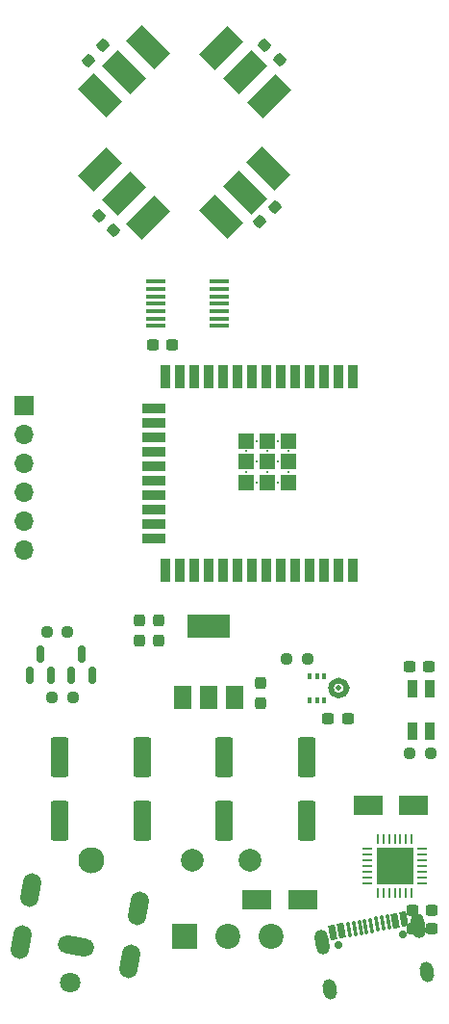
<source format=gbr>
%TF.GenerationSoftware,KiCad,Pcbnew,(6.0.0-0)*%
%TF.CreationDate,2022-02-21T19:04:22+01:00*%
%TF.ProjectId,GlowTowerPCB,476c6f77-546f-4776-9572-5043422e6b69,rev?*%
%TF.SameCoordinates,Original*%
%TF.FileFunction,Soldermask,Top*%
%TF.FilePolarity,Negative*%
%FSLAX46Y46*%
G04 Gerber Fmt 4.6, Leading zero omitted, Abs format (unit mm)*
G04 Created by KiCad (PCBNEW (6.0.0-0)) date 2022-02-21 19:04:22*
%MOMM*%
%LPD*%
G01*
G04 APERTURE LIST*
G04 Aperture macros list*
%AMRoundRect*
0 Rectangle with rounded corners*
0 $1 Rounding radius*
0 $2 $3 $4 $5 $6 $7 $8 $9 X,Y pos of 4 corners*
0 Add a 4 corners polygon primitive as box body*
4,1,4,$2,$3,$4,$5,$6,$7,$8,$9,$2,$3,0*
0 Add four circle primitives for the rounded corners*
1,1,$1+$1,$2,$3*
1,1,$1+$1,$4,$5*
1,1,$1+$1,$6,$7*
1,1,$1+$1,$8,$9*
0 Add four rect primitives between the rounded corners*
20,1,$1+$1,$2,$3,$4,$5,0*
20,1,$1+$1,$4,$5,$6,$7,0*
20,1,$1+$1,$6,$7,$8,$9,0*
20,1,$1+$1,$8,$9,$2,$3,0*%
%AMHorizOval*
0 Thick line with rounded ends*
0 $1 width*
0 $2 $3 position (X,Y) of the first rounded end (center of the circle)*
0 $4 $5 position (X,Y) of the second rounded end (center of the circle)*
0 Add line between two ends*
20,1,$1,$2,$3,$4,$5,0*
0 Add two circle primitives to create the rounded ends*
1,1,$1,$2,$3*
1,1,$1,$4,$5*%
%AMRotRect*
0 Rectangle, with rotation*
0 The origin of the aperture is its center*
0 $1 length*
0 $2 width*
0 $3 Rotation angle, in degrees counterclockwise*
0 Add horizontal line*
21,1,$1,$2,0,0,$3*%
G04 Aperture macros list end*
%ADD10C,0.500000*%
%ADD11C,0.500000*%
%ADD12R,0.400000X0.600000*%
%ADD13RoundRect,0.040000X0.210000X-0.040000X0.210000X0.040000X-0.210000X0.040000X-0.210000X-0.040000X0*%
%ADD14RoundRect,0.250000X0.550000X-1.500000X0.550000X1.500000X-0.550000X1.500000X-0.550000X-1.500000X0*%
%ADD15RoundRect,0.237500X-0.008839X-0.344715X0.344715X0.008839X0.008839X0.344715X-0.344715X-0.008839X0*%
%ADD16RoundRect,0.150000X0.150000X-0.587500X0.150000X0.587500X-0.150000X0.587500X-0.150000X-0.587500X0*%
%ADD17RotRect,2.000000X3.500000X225.000000*%
%ADD18RoundRect,0.237500X-0.250000X-0.237500X0.250000X-0.237500X0.250000X0.237500X-0.250000X0.237500X0*%
%ADD19RoundRect,0.237500X0.300000X0.237500X-0.300000X0.237500X-0.300000X-0.237500X0.300000X-0.237500X0*%
%ADD20R,1.700000X1.700000*%
%ADD21O,1.700000X1.700000*%
%ADD22R,2.500000X1.800000*%
%ADD23C,1.800000*%
%ADD24HorizOval,1.600000X0.121554X0.689365X-0.121554X-0.689365X0*%
%ADD25HorizOval,1.600000X-0.787846X0.138919X0.787846X-0.138919X0*%
%ADD26C,2.300000*%
%ADD27RotRect,2.000000X3.500000X315.000000*%
%ADD28RoundRect,0.237500X-0.300000X-0.237500X0.300000X-0.237500X0.300000X0.237500X-0.300000X0.237500X0*%
%ADD29R,0.900000X1.500000*%
%ADD30RoundRect,0.237500X0.250000X0.237500X-0.250000X0.237500X-0.250000X-0.237500X0.250000X-0.237500X0*%
%ADD31RoundRect,0.237500X-0.237500X0.300000X-0.237500X-0.300000X0.237500X-0.300000X0.237500X0.300000X0*%
%ADD32RoundRect,0.237500X-0.344715X0.008839X0.008839X-0.344715X0.344715X-0.008839X-0.008839X0.344715X0*%
%ADD33RotRect,2.000000X3.500000X45.000000*%
%ADD34R,2.200000X2.200000*%
%ADD35C,2.200000*%
%ADD36C,0.700000*%
%ADD37RotRect,0.600000X1.300000X10.000000*%
%ADD38RotRect,0.300000X1.300000X10.000000*%
%ADD39HorizOval,1.200000X-0.052094X0.295442X0.052094X-0.295442X0*%
%ADD40HorizOval,1.200000X-0.086824X0.492404X0.086824X-0.492404X0*%
%ADD41R,1.676400X0.355600*%
%ADD42RoundRect,0.237500X0.237500X-0.300000X0.237500X0.300000X-0.237500X0.300000X-0.237500X-0.300000X0*%
%ADD43R,0.900000X2.000000*%
%ADD44R,2.000000X0.900000*%
%ADD45R,1.330000X1.330000*%
%ADD46C,0.300000*%
%ADD47R,0.250000X0.900000*%
%ADD48R,0.900000X0.250000*%
%ADD49R,3.250000X3.250000*%
%ADD50RotRect,2.000000X3.500000X135.000000*%
%ADD51RoundRect,0.237500X0.344715X-0.008839X-0.008839X0.344715X-0.344715X0.008839X0.008839X-0.344715X0*%
%ADD52RoundRect,0.237500X0.008839X0.344715X-0.344715X-0.008839X-0.008839X-0.344715X0.344715X0.008839X0*%
%ADD53R,1.500000X2.000000*%
%ADD54R,3.800000X2.000000*%
%ADD55C,2.000000*%
G04 APERTURE END LIST*
D10*
%TO.C,MK1*%
X162497000Y-112274600D02*
G75*
G03*
X162497000Y-112274600I-670000J0D01*
G01*
%TD*%
D11*
%TO.C,MK1*%
X161827000Y-112274600D03*
D12*
X159252000Y-113349600D03*
X159902000Y-113349600D03*
X160552000Y-113349600D03*
D13*
X162628800Y-112274600D03*
D12*
X160552000Y-111199600D03*
X159902000Y-111199600D03*
X159252000Y-111199600D03*
%TD*%
D14*
%TO.C,C6*%
X144500600Y-123958000D03*
X144500600Y-118358000D03*
%TD*%
D15*
%TO.C,R2*%
X139801565Y-57099235D03*
X141092035Y-55808765D03*
%TD*%
D16*
%TO.C,Q2*%
X134609800Y-111122700D03*
X136509800Y-111122700D03*
X135559800Y-109247700D03*
%TD*%
D17*
%TO.C,U5*%
X145034927Y-55980674D03*
X142910000Y-58105600D03*
X140817600Y-60198000D03*
%TD*%
D18*
%TO.C,R8*%
X136145900Y-107365800D03*
X137970900Y-107365800D03*
%TD*%
D16*
%TO.C,Q1*%
X138267400Y-111122700D03*
X140167400Y-111122700D03*
X139217400Y-109247700D03*
%TD*%
D19*
%TO.C,C11*%
X169756900Y-110385400D03*
X168031900Y-110385400D03*
%TD*%
D20*
%TO.C,J1*%
X134137000Y-87451800D03*
D21*
X134137000Y-89991800D03*
X134137000Y-92531800D03*
X134137000Y-95071800D03*
X134137000Y-97611800D03*
X134137000Y-100151800D03*
%TD*%
D22*
%TO.C,D1*%
X168451500Y-122580400D03*
X164451500Y-122580400D03*
%TD*%
D23*
%TO.C,J2*%
X138166319Y-138170713D03*
D24*
X144236316Y-131676089D03*
X133867534Y-134620298D03*
X134683680Y-129991702D03*
X143420169Y-136304685D03*
D25*
X138730676Y-134970088D03*
D26*
X140067767Y-127387068D03*
%TD*%
D27*
%TO.C,U8*%
X140791274Y-66674073D03*
X142916200Y-68799000D03*
X145008600Y-70891400D03*
%TD*%
D19*
%TO.C,C12*%
X162634000Y-114935000D03*
X160909000Y-114935000D03*
%TD*%
D28*
%TO.C,C1*%
X145428600Y-82133200D03*
X147153600Y-82133200D03*
%TD*%
D29*
%TO.C,SW1*%
X169837800Y-112298400D03*
X169837800Y-116098400D03*
X168337800Y-112298400D03*
X168337800Y-116098400D03*
%TD*%
D28*
%TO.C,C7*%
X168325800Y-133451600D03*
X170050800Y-133451600D03*
%TD*%
D30*
%TO.C,R9*%
X138402700Y-113080800D03*
X136577700Y-113080800D03*
%TD*%
D31*
%TO.C,C5*%
X144272000Y-106350900D03*
X144272000Y-108075900D03*
%TD*%
D32*
%TO.C,R4*%
X140705765Y-70728765D03*
X141996235Y-72019235D03*
%TD*%
D33*
%TO.C,U6*%
X151443506Y-70831878D03*
X153568433Y-68706952D03*
X155660833Y-66614552D03*
%TD*%
D34*
%TO.C,P1*%
X148254708Y-134113666D03*
D35*
X152064716Y-134113666D03*
X155874724Y-134113666D03*
%TD*%
D36*
%TO.C,USB1*%
X161821874Y-134887563D03*
X167514063Y-133883876D03*
D37*
X161301260Y-133720232D03*
X162089106Y-133581314D03*
D38*
X163221635Y-133381618D03*
X164206443Y-133207970D03*
X164698846Y-133121146D03*
X165683654Y-132947498D03*
D37*
X167604029Y-132608884D03*
X166816183Y-132747802D03*
D38*
X166176058Y-132860674D03*
X165191250Y-133034322D03*
X163714039Y-133294794D03*
X162729231Y-133468442D03*
D39*
X169561363Y-137259652D03*
D40*
X160326775Y-134643476D03*
D39*
X161052624Y-138759972D03*
D40*
X168835514Y-133143156D03*
%TD*%
D41*
%TO.C,U1*%
X151320300Y-80436001D03*
X151320300Y-79786000D03*
X151320300Y-79135999D03*
X151320300Y-78486000D03*
X151320300Y-77836001D03*
X151320300Y-77186000D03*
X151320300Y-76536001D03*
X145681500Y-76535999D03*
X145681500Y-77186000D03*
X145681500Y-77835999D03*
X145681500Y-78486000D03*
X145681500Y-79135999D03*
X145681500Y-79786000D03*
X145681500Y-80435999D03*
%TD*%
D18*
%TO.C,R10*%
X168112500Y-117988000D03*
X169937500Y-117988000D03*
%TD*%
D42*
%TO.C,C10*%
X145973800Y-108075900D03*
X145973800Y-106350900D03*
%TD*%
D14*
%TO.C,C8*%
X137287000Y-123958000D03*
X137287000Y-118358000D03*
%TD*%
D18*
%TO.C,R7*%
X157253300Y-109677200D03*
X159078300Y-109677200D03*
%TD*%
D43*
%TO.C,U2*%
X163051279Y-84879189D03*
X161781279Y-84879189D03*
X160511279Y-84879189D03*
X159241279Y-84879189D03*
X157971279Y-84879189D03*
X156701279Y-84879189D03*
X155431279Y-84879189D03*
X154161279Y-84879189D03*
X152891279Y-84879189D03*
X151621279Y-84879189D03*
X150351279Y-84879189D03*
X149081279Y-84879189D03*
X147811279Y-84879189D03*
X146541279Y-84879189D03*
D44*
X145541279Y-87664189D03*
X145541279Y-88934189D03*
X145541279Y-90204189D03*
X145541279Y-91474189D03*
X145541279Y-92744189D03*
X145541279Y-94014189D03*
X145541279Y-95284189D03*
X145541279Y-96554189D03*
X145541279Y-97824189D03*
X145541279Y-99094189D03*
D43*
X146541279Y-101879189D03*
X147811279Y-101879189D03*
X149081279Y-101879189D03*
X150351279Y-101879189D03*
X151621279Y-101879189D03*
X152891279Y-101879189D03*
X154161279Y-101879189D03*
X155431279Y-101879189D03*
X156701279Y-101879189D03*
X157971279Y-101879189D03*
X159241279Y-101879189D03*
X160511279Y-101879189D03*
X161781279Y-101879189D03*
X163051279Y-101879189D03*
D45*
X157386279Y-90544189D03*
X157386279Y-92379189D03*
X157386279Y-94214189D03*
X155551279Y-90544189D03*
X155551279Y-92379189D03*
X155551279Y-94214189D03*
X153716279Y-90544189D03*
X153716279Y-92379189D03*
X153716279Y-94214189D03*
D46*
X157386279Y-91461689D03*
X157386279Y-93296689D03*
X156468779Y-90544189D03*
X156468779Y-92379189D03*
X156468779Y-94214189D03*
X155551279Y-91461689D03*
X155551279Y-93296689D03*
X154633779Y-90544189D03*
X154633779Y-92379189D03*
X154633779Y-94214189D03*
X153716279Y-91461689D03*
X153716279Y-93296689D03*
%TD*%
D47*
%TO.C,U3*%
X165267501Y-130312613D03*
X165767501Y-130312613D03*
X166267501Y-130312613D03*
X166767501Y-130312613D03*
X167267500Y-130312613D03*
X167767500Y-130312613D03*
X168267500Y-130312613D03*
D48*
X169167514Y-129412599D03*
X169167514Y-128912599D03*
X169167514Y-128412599D03*
X169167514Y-127912599D03*
X169167514Y-127412600D03*
X169167514Y-126912600D03*
X169167514Y-126412600D03*
D47*
X168267500Y-125512586D03*
X167767500Y-125512586D03*
X167267500Y-125512586D03*
X166767501Y-125512586D03*
X166267501Y-125512586D03*
X165767501Y-125512586D03*
X165267501Y-125512586D03*
D48*
X164367487Y-126412600D03*
X164367487Y-126912600D03*
X164367487Y-127412600D03*
X164367487Y-127912599D03*
X164367487Y-128412599D03*
X164367487Y-128912599D03*
X164367487Y-129412599D03*
D49*
X166767500Y-127912600D03*
%TD*%
D50*
%TO.C,U7*%
X155677526Y-60275127D03*
X153552600Y-58150200D03*
X151460200Y-56057800D03*
%TD*%
D14*
%TO.C,C2*%
X159054800Y-123958000D03*
X159054800Y-118358000D03*
%TD*%
D51*
%TO.C,R1*%
X156601235Y-57084035D03*
X155310765Y-55793565D03*
%TD*%
D14*
%TO.C,C3*%
X151765000Y-123958000D03*
X151765000Y-118358000D03*
%TD*%
D31*
%TO.C,C9*%
X154914600Y-111862700D03*
X154914600Y-113587700D03*
%TD*%
D52*
%TO.C,R3*%
X156194835Y-70017565D03*
X154904365Y-71308035D03*
%TD*%
D53*
%TO.C,U4*%
X148093400Y-113106600D03*
X150393400Y-113106600D03*
X152693400Y-113106600D03*
D54*
X150393400Y-106806600D03*
%TD*%
D22*
%TO.C,D2*%
X158647100Y-130886200D03*
X154647100Y-130886200D03*
%TD*%
D19*
%TO.C,C4*%
X170051900Y-131800600D03*
X168326900Y-131800600D03*
%TD*%
D55*
%TO.C,F2*%
X154021135Y-127436524D03*
X148941125Y-127436524D03*
%TD*%
M02*

</source>
